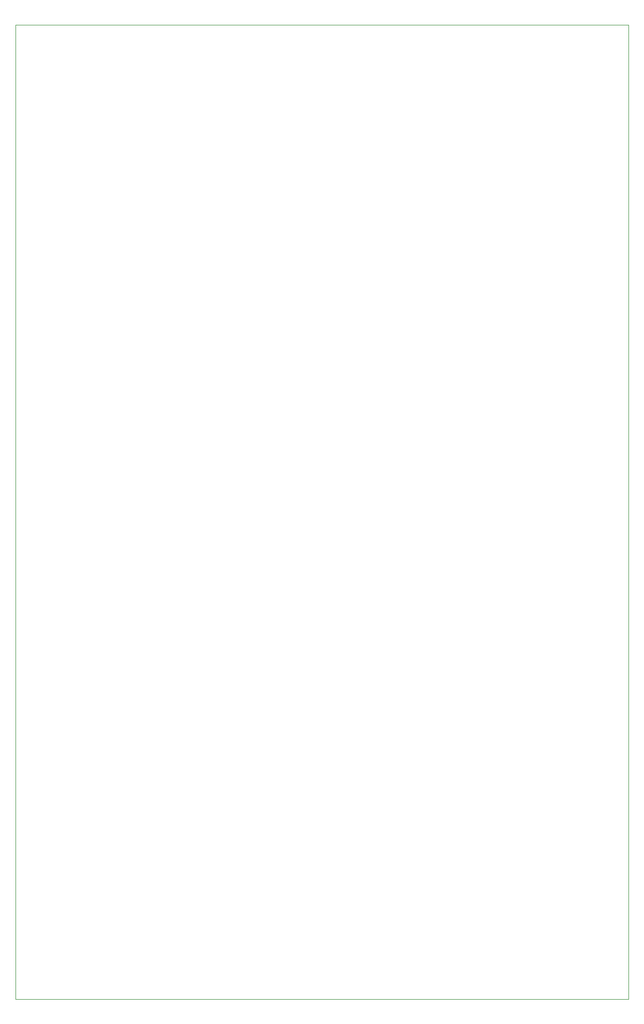
<source format=gbr>
G04 #@! TF.GenerationSoftware,KiCad,Pcbnew,(5.1.5)-3*
G04 #@! TF.CreationDate,2021-07-30T13:53:21+02:00*
G04 #@! TF.ProjectId,AnalogDrum_Mixer8,416e616c-6f67-4447-9275-6d5f4d697865,rev?*
G04 #@! TF.SameCoordinates,Original*
G04 #@! TF.FileFunction,Profile,NP*
%FSLAX46Y46*%
G04 Gerber Fmt 4.6, Leading zero omitted, Abs format (unit mm)*
G04 Created by KiCad (PCBNEW (5.1.5)-3) date 2021-07-30 13:53:21*
%MOMM*%
%LPD*%
G04 APERTURE LIST*
%ADD10C,0.100000*%
G04 APERTURE END LIST*
D10*
X143510000Y-186690000D02*
X43180000Y-186690000D01*
X43180000Y-186690000D02*
X43180000Y-27305000D01*
X43180000Y-27305000D02*
X143510000Y-27305000D01*
X143510000Y-27305000D02*
X143510000Y-186690000D01*
M02*

</source>
